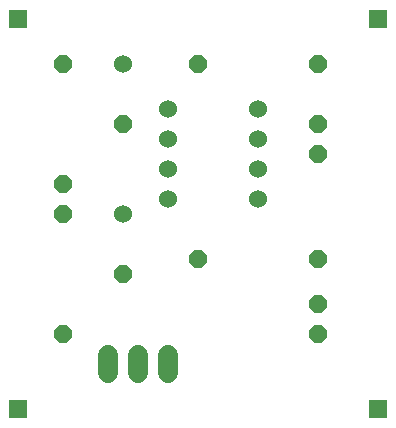
<source format=gbr>
G04 EAGLE Gerber X2 export*
%TF.Part,Single*%
%TF.FileFunction,Soldermask,Top,1*%
%TF.FilePolarity,Negative*%
%TF.GenerationSoftware,Autodesk,EAGLE,8.6.1*%
%TF.CreationDate,2018-02-10T19:35:33Z*%
G75*
%MOMM*%
%FSLAX34Y34*%
%LPD*%
%AMOC8*
5,1,8,0,0,1.08239X$1,22.5*%
G01*
%ADD10C,1.524000*%
%ADD11P,1.649562X8X292.500000*%
%ADD12C,1.727200*%
%ADD13P,1.649562X8X202.500000*%
%ADD14P,1.649562X8X112.500000*%
%ADD15R,1.503200X1.503200*%


D10*
X444500Y635000D03*
D11*
X444500Y584200D03*
D10*
X444500Y508000D03*
D11*
X444500Y457200D03*
D10*
X558800Y520700D03*
X558800Y546100D03*
X482600Y546100D03*
X482600Y520700D03*
X558800Y571500D03*
X558800Y596900D03*
X482600Y571500D03*
X482600Y596900D03*
D12*
X482600Y388620D02*
X482600Y373380D01*
X457200Y373380D02*
X457200Y388620D01*
X431800Y388620D02*
X431800Y373380D01*
D11*
X609600Y431800D03*
X609600Y406400D03*
X609600Y584200D03*
X609600Y558800D03*
D13*
X609600Y635000D03*
X508000Y635000D03*
X609600Y469900D03*
X508000Y469900D03*
D14*
X393700Y533400D03*
X393700Y635000D03*
X393700Y406400D03*
X393700Y508000D03*
D15*
X355600Y673100D03*
X660400Y673100D03*
X660400Y342900D03*
X355600Y342900D03*
M02*

</source>
